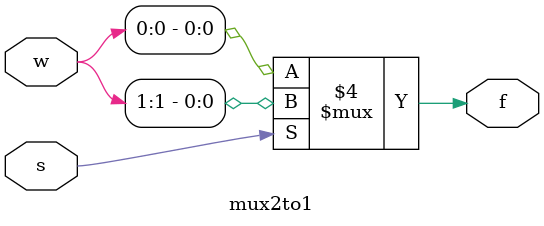
<source format=v>
module q1(w,s,f);
    input [3:0] w;
    input [1:0] s;
    output f;
    wire [1:0] ft;

    mux2to1 stage0(w[1:0],s[0],ft[0]);
    mux2to1 stage1(w[3:2],s[0],ft[1]);
    mux2to1 stage2(ft,s[1],f);

endmodule

module mux2to1(w,s,f);
    input [1:0] w;
    input s;
    output f;
    reg f;

    always @(w or s)
    begin 
        f = w[1];
        if(s == 0)
            f = w[0];
    end
endmodule

</source>
